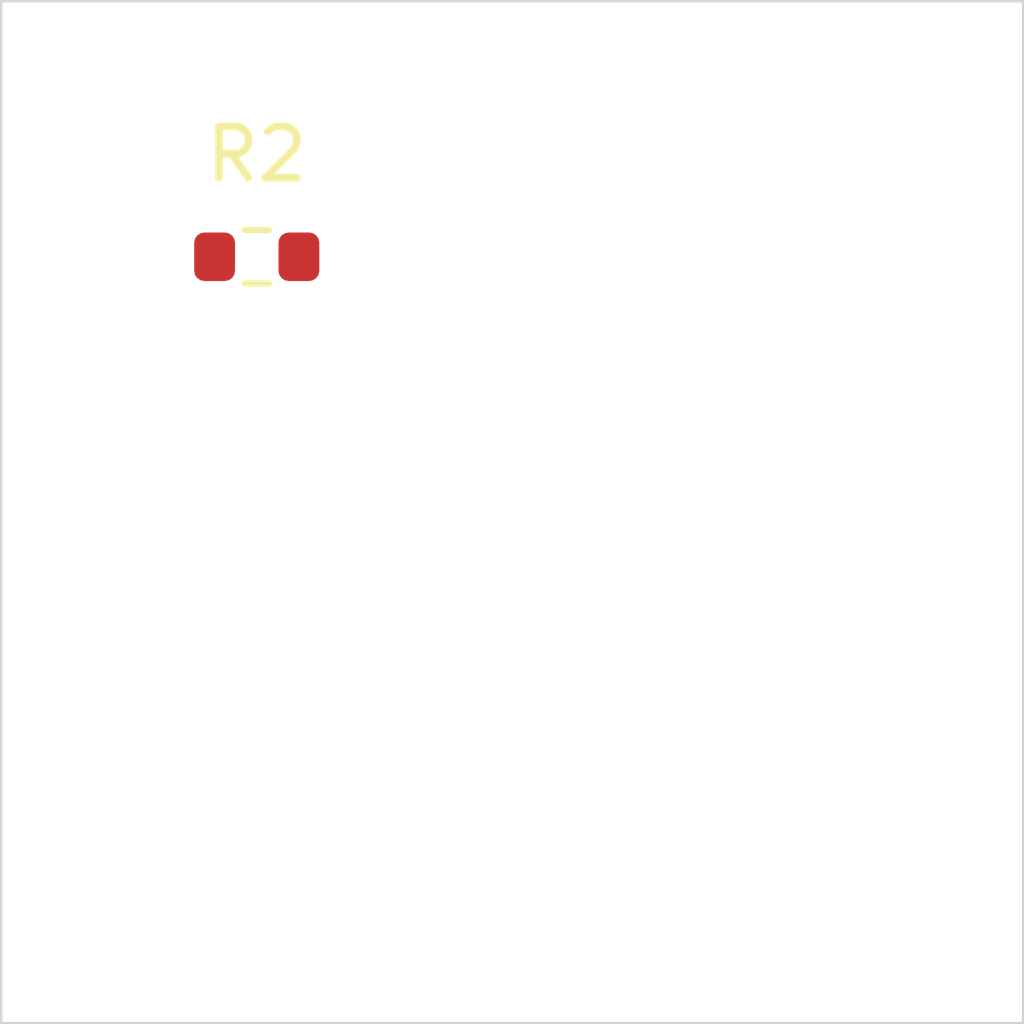
<source format=kicad_pcb>
(kicad_pcb (version 20241229) (generator "pcbnew") (generator_version "9.0")
  (layers (0 "F.Cu" signal) (2 "B.Cu" signal) (13 "F.Paste" user) (15 "B.Paste" user) (5 "F.SilkS" user "F.Silkscreen") (7 "B.SilkS" user "B.Silkscreen") (1 "F.Mask" user) (3 "B.Mask" user) (25 "Edge.Cuts" user))
  (net 0 "")
  (footprint "Resistor_SMD:R_0603_1608Metric" (layer "F.Cu") (at 5.0 5.0)
    (property "Reference" "R2" (at 0 -2 0) (layer "F.SilkS") (effects (font (size 1.0 1.0))))
    (property "Value" "10k")
    (fp_line (start -0.237258 -0.5225) (end 0.237258 -0.5225) (stroke (width 0.12)) (layer "F.SilkS"))
    (fp_line (start -0.237258 0.5225) (end 0.237258 0.5225) (stroke (width 0.12)) (layer "F.SilkS"))
    (pad "1" smd roundrect (at -0.825 0.0) (size 0.8 0.95) (layers "F.Cu" "F.Mask" "F.Paste"))
    (pad "2" smd roundrect (at 0.825 0.0) (size 0.8 0.95) (layers "F.Cu" "F.Mask" "F.Paste"))
  )
  (gr_rect (start 0 0) (end 20.0 20.0) (stroke (width 0.05)) (fill no) (layer "Edge.Cuts"))
)
</source>
